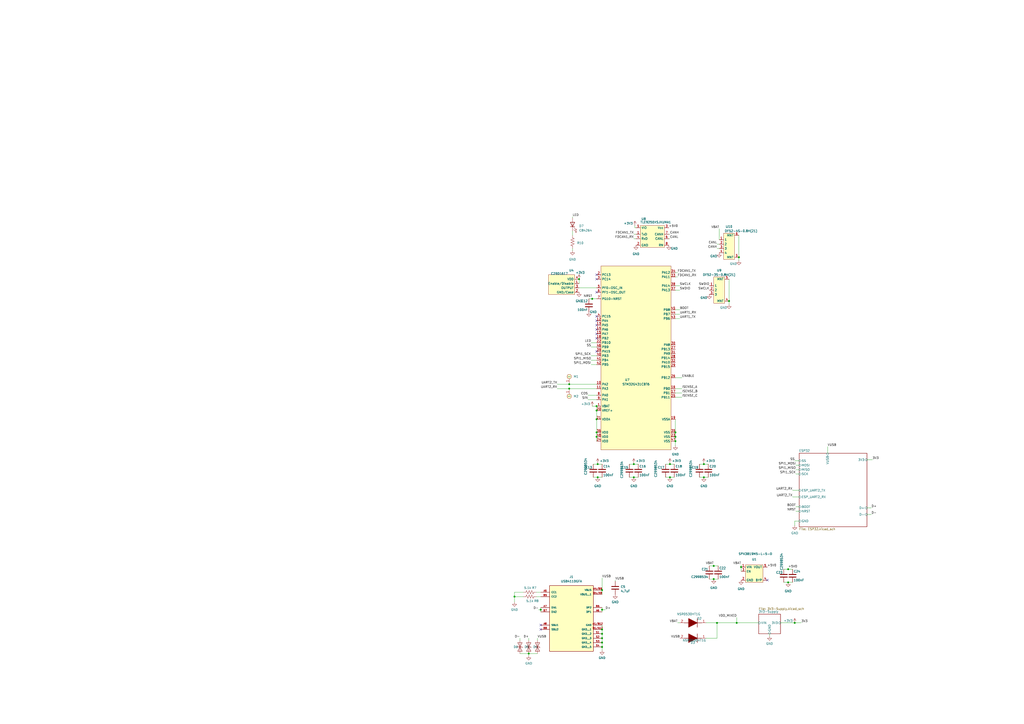
<source format=kicad_sch>
(kicad_sch (version 20230121) (generator eeschema)
  (paper "A2")
  (lib_symbols
    (symbol "NeuralStimulatorAndRecorder:Resistor" (pin_numbers hide) (pin_names (offset 0))
      (property "Reference" "R" (at 2.54 0 90))
      (symbol "Resistor_0_1"
        (polyline (pts (xy 0 -2.286) (xy 0 -2.54)))
        (polyline (pts (xy 0 2.286) (xy 0 2.54)))
        (polyline (pts (xy 0 -0.762) (xy 1.016 -1.143) (xy 0 -1.524) (xy -1.016 -1.905) (xy 0 -2.286)))
        (polyline (pts (xy 0 0.762) (xy 1.016 0.381) (xy 0 0) (xy -1.016 -0.381) (xy 0 -0.762)))
        (polyline (pts (xy 0 2.286) (xy 1.016 1.905) (xy 0 1.524) (xy -1.016 1.143) (xy 0 0.762)))
      )
      (symbol "Resistor_1_1"
        (pin passive line (at 0 3.81 270) (length 1.27) (name "~") (number "1"))
        (pin passive line (at 0 -3.81 90) (length 1.27) (name "~") (number "2"))
      )
    )
    (symbol "SamacSys_Parts:NSR0530HT1G" (pin_names hide)
      (property "Reference" "D" (at 11.43 5.08 0))
      (property "Value" "NSR0530HT1G" (at 11.43 2.54 0))
      (symbol "NSR0530HT1G_1_1"
        (polyline (pts (xy 2.54 0) (xy 5.08 0)) (stroke (width 0.254)))
        (polyline (pts (xy 5.08 2.54) (xy 5.08 -2.54)) (stroke (width 0.254)))
        (polyline (pts (xy 10.16 0) (xy 12.7 0)) (stroke (width 0.254)))
        (polyline (pts (xy 5.08 0) (xy 10.16 2.54) (xy 10.16 -2.54) (xy 5.08 0)) (stroke (width 0.254)) (fill (type outline)))
        (pin passive line (at 0 0 0) (length 2.54) (name "K") (number "1"))
        (pin passive line (at 15.24 0 180) (length 2.54) (name "A") (number "2"))
      )
    )
    (symbol "foc-pcb:Capacitor" (pin_numbers hide) (pin_names (offset 0.254))
      (property "Reference" "C" (at 0.635 2.54 0))
      (property "Value" "Capacitor" (at 0.635 -2.54 0))
      (symbol "Capacitor_0_1"
        (polyline (pts (xy -2.032 -0.762) (xy 2.032 -0.762)) (stroke (width 0.508)))
        (polyline (pts (xy -2.032 0.762) (xy 2.032 0.762)) (stroke (width 0.508)))
      )
      (symbol "Capacitor_1_1"
        (pin passive line (at 0 3.81 270) (length 2.794) (name "~") (number "1"))
        (pin passive line (at 0 -3.81 90) (length 2.794) (name "~") (number "2"))
      )
    )
    (symbol "foc-pcb:DF52-3S-0.8H(21)"
      (property "Reference" "U" (at 0 -1.27 0))
      (property "Value" "DF52-3S-0.8H(21)" (at 1.27 -8.89 0))
      (symbol "DF52-3S-0.8H(21)_0_1"
        (rectangle (start -3.81 7.62) (end 2.54 -7.62) (fill (type background)))
      )
      (symbol "DF52-3S-0.8H(21)_1_1"
        (pin input line (at -6.35 2.54 0) (length 2.54) (name "1") (number "1"))
        (pin input line (at -6.35 0 0) (length 2.54) (name "2") (number "2"))
        (pin input line (at -6.35 -2.54 0) (length 2.54) (name "3") (number "3"))
        (pin input line (at 5.08 -6.35 180) (length 2.54) (name "MNT") (number "4"))
        (pin input line (at 5.08 6.35 180) (length 2.54) (name "MNT") (number "5"))
      )
    )
    (symbol "foc-pcb:DF52-4S-0.8H(21)"
      (property "Reference" "U" (at 0 -1.27 0))
      (property "Value" "DF52-4S-0.8H(21)" (at 1.27 -8.89 0))
      (symbol "DF52-4S-0.8H(21)_0_1"
        (rectangle (start -3.81 7.62) (end 2.54 -7.62) (fill (type background)))
      )
      (symbol "DF52-4S-0.8H(21)_1_1"
        (pin input line (at -6.35 3.81 0) (length 2.54) (name "1") (number "1"))
        (pin input line (at -6.35 1.27 0) (length 2.54) (name "2") (number "2"))
        (pin input line (at -6.35 -1.27 0) (length 2.54) (name "3") (number "3"))
        (pin input line (at -6.35 -3.81 0) (length 2.54) (name "4") (number "4"))
        (pin input line (at 5.08 -6.35 180) (length 2.54) (name "MNT") (number "5"))
        (pin input line (at 5.08 6.35 180) (length 2.54) (name "MNT") (number "6"))
      )
    )
    (symbol "foc-pcb:LED" (pin_numbers hide) (pin_names (offset 1.016) hide)
      (property "Reference" "D" (at 0 2.54 0))
      (property "Value" "LED" (at 0 -2.54 0))
      (symbol "LED_0_1"
        (polyline (pts (xy -1.27 -1.27) (xy -1.27 1.27)) (stroke (width 0.254)))
        (polyline (pts (xy -1.27 0) (xy 1.27 0)))
        (polyline (pts (xy 1.27 -1.27) (xy 1.27 1.27) (xy -1.27 0) (xy 1.27 -1.27)) (stroke (width 0.254)))
        (polyline (pts (xy -3.048 -0.762) (xy -4.572 -2.286) (xy -3.81 -2.286) (xy -4.572 -2.286) (xy -4.572 -1.524)))
        (polyline (pts (xy -1.778 -0.762) (xy -3.302 -2.286) (xy -2.54 -2.286) (xy -3.302 -2.286) (xy -3.302 -1.524)))
      )
      (symbol "LED_1_1"
        (pin passive line (at -3.81 0 0) (length 2.54) (name "K") (number "1"))
        (pin passive line (at 3.81 0 180) (length 2.54) (name "A") (number "2"))
      )
    )
    (symbol "foc-pcb:OSCILLATOR-4PIN"
      (property "Reference" "U" (at 8.89 2.54 0))
      (property "Value" "OSCILLATOR-4PIN" (at 8.89 -2.54 0))
      (symbol "OSCILLATOR-4PIN_0_1"
        (rectangle (start -1.27 10.16) (end 13.97 -1.27) (fill (type background)))
      )
      (symbol "OSCILLATOR-4PIN_1_1"
        (pin input line (at -3.81 5.08 0) (length 2.54) (name "Enable/Disable") (number "1"))
        (pin input line (at -3.81 0 0) (length 2.54) (name "GND/Case") (number "2"))
        (pin input line (at -3.81 2.54 0) (length 2.54) (name "OUTPUT") (number "3"))
        (pin input line (at -3.81 7.62 0) (length 2.54) (name "VDD") (number "4"))
      )
    )
    (symbol "foc-pcb:Resistor" (pin_numbers hide) (pin_names (offset 0))
      (property "Reference" "R" (at 2.54 0 90))
      (symbol "Resistor_0_1"
        (polyline (pts (xy 0 -2.286) (xy 0 -2.54)))
        (polyline (pts (xy 0 2.286) (xy 0 2.54)))
        (polyline (pts (xy 0 -0.762) (xy 1.016 -1.143) (xy 0 -1.524) (xy -1.016 -1.905) (xy 0 -2.286)))
        (polyline (pts (xy 0 0.762) (xy 1.016 0.381) (xy 0 0) (xy -1.016 -0.381) (xy 0 -0.762)))
        (polyline (pts (xy 0 2.286) (xy 1.016 1.905) (xy 0 1.524) (xy -1.016 1.143) (xy 0 0.762)))
      )
      (symbol "Resistor_1_1"
        (pin passive line (at 0 3.81 270) (length 1.27) (name "~") (number "1"))
        (pin passive line (at 0 -3.81 90) (length 1.27) (name "~") (number "2"))
      )
    )
    (symbol "foc-pcb:SPX3819M5-L-5-0"
      (property "Reference" "U" (at 1.27 0 0))
      (property "Value" "SPX3819M5-L-5-0" (at 0 11.43 0))
      (symbol "SPX3819M5-L-5-0_0_1"
        (rectangle (start -3.81 5.08) (end 6.35 -5.08) (fill (type background)))
      )
      (symbol "SPX3819M5-L-5-0_1_1"
        (pin power_in line (at -6.35 3.81 0) (length 2.54) (name "VIN") (number "1"))
        (pin power_in line (at -6.35 -3.81 0) (length 2.54) (name "GND") (number "2"))
        (pin input line (at -6.35 1.27 0) (length 2.54) (name "EN") (number "3"))
        (pin input line (at 8.89 -3.81 180) (length 2.54) (name "BYP") (number "4"))
        (pin power_out line (at 8.89 3.81 180) (length 2.54) (name "VOUT") (number "5"))
      )
    )
    (symbol "foc-pcb:STM32G431CBtx"
      (property "Reference" "U" (at 0 27.94 0))
      (property "Value" "STM32G431CBtx" (at 1.27 34.29 0))
      (symbol "STM32G431CBtx_0_0"
        (pin bidirectional line (at -22.86 -27.94 0) (length 2.54) (name "VBAT") (number "1"))
        (pin bidirectional line (at -22.86 -15.24 0) (length 2.54) (name "PA2") (number "10"))
        (pin bidirectional line (at -22.86 -17.78 0) (length 2.54) (name "PA3") (number "11"))
        (pin bidirectional line (at -22.86 21.59 0) (length 2.54) (name "PA4") (number "12"))
        (pin bidirectional line (at -22.86 19.05 0) (length 2.54) (name "PA5") (number "13"))
        (pin bidirectional line (at -22.86 16.51 0) (length 2.54) (name "PA6") (number "14"))
        (pin bidirectional line (at -22.86 13.97 0) (length 2.54) (name "PA7") (number "15"))
        (pin bidirectional line (at 22.86 -17.78 180) (length 2.54) (name "PB0") (number "16"))
        (pin bidirectional line (at 22.86 -20.32 180) (length 2.54) (name "PB1") (number "17"))
        (pin bidirectional line (at -22.86 11.43 0) (length 2.54) (name "PB2") (number "18"))
        (pin bidirectional line (at 22.86 -35.56 180) (length 2.54) (name "VSSA") (number "19"))
        (pin bidirectional line (at -22.86 48.26 0) (length 2.54) (name "PC13") (number "2"))
        (pin bidirectional line (at -22.86 -30.48 0) (length 2.54) (name "VREF+") (number "20"))
        (pin bidirectional line (at -22.86 -35.56 0) (length 2.54) (name "VDDA") (number "21"))
        (pin bidirectional line (at -22.86 8.89 0) (length 2.54) (name "PB10") (number "22"))
        (pin bidirectional line (at 22.86 -45.72 180) (length 2.54) (name "VSS") (number "23"))
        (pin bidirectional line (at -22.86 -48.26 0) (length 2.54) (name "VDD") (number "24"))
        (pin bidirectional line (at 22.86 -22.86 180) (length 2.54) (name "PB11") (number "25"))
        (pin bidirectional line (at 22.86 -11.43 180) (length 2.54) (name "PB12") (number "26"))
        (pin bidirectional line (at 22.86 5.08 180) (length 2.54) (name "PB13") (number "27"))
        (pin bidirectional line (at 22.86 0 180) (length 2.54) (name "PB14") (number "28"))
        (pin bidirectional line (at 22.86 -5.08 180) (length 2.54) (name "PB15") (number "29"))
        (pin bidirectional line (at -22.86 45.72 0) (length 2.54) (name "PC14") (number "3"))
        (pin bidirectional line (at 22.86 7.62 180) (length 2.54) (name "PA8") (number "30"))
        (pin bidirectional line (at 22.86 2.54 180) (length 2.54) (name "PA9") (number "31"))
        (pin bidirectional line (at 22.86 -2.54 180) (length 2.54) (name "PA10") (number "32"))
        (pin bidirectional line (at 22.86 46.99 180) (length 2.54) (name "PA11") (number "33"))
        (pin bidirectional line (at 22.86 49.53 180) (length 2.54) (name "PA12") (number "34"))
        (pin bidirectional line (at 22.86 -43.18 180) (length 2.54) (name "VSS") (number "35"))
        (pin bidirectional line (at -22.86 -43.18 0) (length 2.54) (name "VDD") (number "36"))
        (pin bidirectional line (at 22.86 39.37 180) (length 2.54) (name "PA13") (number "37"))
        (pin bidirectional line (at 22.86 41.91 180) (length 2.54) (name "PA14") (number "38"))
        (pin bidirectional line (at -22.86 3.81 0) (length 2.54) (name "PA15") (number "39"))
        (pin bidirectional line (at -22.86 24.13 0) (length 2.54) (name "PC15") (number "4"))
        (pin bidirectional line (at -22.86 1.27 0) (length 2.54) (name "PB3") (number "40"))
        (pin bidirectional line (at -22.86 -1.27 0) (length 2.54) (name "PB4") (number "41"))
        (pin bidirectional line (at -22.86 -3.81 0) (length 2.54) (name "PB5") (number "42"))
        (pin bidirectional line (at 22.86 22.86 180) (length 2.54) (name "PB6") (number "43"))
        (pin bidirectional line (at 22.86 25.4 180) (length 2.54) (name "PB7") (number "44"))
        (pin bidirectional line (at 22.86 27.94 180) (length 2.54) (name "PB8") (number "45"))
        (pin bidirectional line (at -22.86 6.35 0) (length 2.54) (name "PB9") (number "46"))
        (pin bidirectional line (at 22.86 -48.26 180) (length 2.54) (name "VSS") (number "47"))
        (pin bidirectional line (at -22.86 -45.72 0) (length 2.54) (name "VDD") (number "48"))
        (pin bidirectional line (at -22.86 40.64 0) (length 2.54) (name "PF0-OSC_IN") (number "5"))
        (pin bidirectional line (at -22.86 38.1 0) (length 2.54) (name "PF1-OSC_OUT") (number "6"))
        (pin bidirectional line (at -22.86 34.29 0) (length 2.54) (name "PG10-NRST") (number "7"))
        (pin bidirectional line (at -22.86 -21.59 0) (length 2.54) (name "PA0") (number "8"))
        (pin bidirectional line (at -22.86 -24.13 0) (length 2.54) (name "PA1") (number "9"))
      )
      (symbol "STM32G431CBtx_0_1"
        (rectangle (start -20.32 53.34) (end 20.32 -53.34) (fill (type background)))
      )
    )
    (symbol "foc-pcb:THRU_HOLE_PAD" (in_bom no)
      (property "Reference" "M" (at 1.27 -2.54 0))
      (symbol "THRU_HOLE_PAD_0_1"
        (circle (center 1.27 0) (radius 1.27) (fill (type background)))
      )
      (symbol "THRU_HOLE_PAD_1_1"
        (pin passive line (at -2.54 0 0) (length 2.54) (name "1") (number "1"))
      )
    )
    (symbol "foc-pcb:TLE9250XSJXUMA1"
      (property "Reference" "U" (at 0 0 0))
      (property "Value" "TLE9250XSJXUMA1" (at 2.54 7.62 0))
      (symbol "TLE9250XSJXUMA1_0_1"
        (rectangle (start -6.35 6.35) (end 7.62 -6.35) (fill (type background)))
      )
      (symbol "TLE9250XSJXUMA1_1_1"
        (pin input line (at -8.89 1.27 0) (length 2.54) (name "TxD") (number "1"))
        (pin input line (at -8.89 -5.08 0) (length 2.54) (name "GND") (number "2"))
        (pin input line (at 10.16 5.08 180) (length 2.54) (name "Vcc") (number "3"))
        (pin input line (at -8.89 -1.27 0) (length 2.54) (name "RxD") (number "4"))
        (pin input line (at -8.89 5.08 0) (length 2.54) (name "VIO") (number "5"))
        (pin input line (at 10.16 -1.27 180) (length 2.54) (name "CANL") (number "6"))
        (pin input line (at 10.16 1.27 180) (length 2.54) (name "CANH") (number "7"))
        (pin input line (at 10.16 -5.08 180) (length 2.54) (name "RM") (number "8"))
      )
    )
    (symbol "power:+3V3" (power) (pin_names (offset 0))
      (property "Value" "+3V3" (at 0 3.556 0))
      (symbol "+3V3_0_1"
        (polyline (pts (xy -0.762 1.27) (xy 0 2.54)))
        (polyline (pts (xy 0 0) (xy 0 2.54)))
        (polyline (pts (xy 0 2.54) (xy 0.762 1.27)))
      )
      (symbol "+3V3_1_1"
        (pin power_in line (at 0 0 90) (length 0) hide (name "+3V3") (number "1"))
      )
    )
    (symbol "power:GND" (power) (pin_names (offset 0))
      (property "Value" "GND" (at 0 -3.81 0))
      (symbol "GND_0_1"
        (polyline (pts (xy 0 0) (xy 0 -1.27) (xy 1.27 -1.27) (xy 0 -2.54) (xy -1.27 -1.27) (xy 0 -1.27)))
      )
      (symbol "GND_1_1"
        (pin power_in line (at 0 0 270) (length 0) hide (name "GND") (number "1"))
      )
    )
    (symbol "robot-cortex:Capacitor" (pin_numbers hide) (pin_names (offset 0.254))
      (property "Reference" "C" (at 0.635 2.54 0))
      (property "Value" "Capacitor" (at 0.635 -2.54 0))
      (symbol "Capacitor_0_1"
        (polyline (pts (xy -2.032 -0.762) (xy 2.032 -0.762)) (stroke (width 0.508)))
        (polyline (pts (xy -2.032 0.762) (xy 2.032 0.762)) (stroke (width 0.508)))
      )
      (symbol "Capacitor_1_1"
        (pin passive line (at 0 3.81 270) (length 2.794) (name "~") (number "1"))
        (pin passive line (at 0 -3.81 90) (length 2.794) (name "~") (number "2"))
      )
    )
    (symbol "robot-cortex:ESD9B3.3ST5G" (pin_numbers hide) (pin_names (offset 1.016) hide)
      (property "Reference" "D" (at 0 2.54 0))
      (property "Value" "ESD9B3.3ST5G" (at 0 -2.54 0))
      (symbol "ESD9B3.3ST5G_0_1"
        (polyline (pts (xy 1.27 0) (xy -1.27 0)))
        (polyline (pts (xy -2.54 -1.27) (xy 0 0) (xy -2.54 1.27) (xy -2.54 -1.27)) (stroke (width 0.2032)))
        (polyline (pts (xy 0.508 1.27) (xy 0 1.27) (xy 0 -1.27) (xy -0.508 -1.27)) (stroke (width 0.2032)))
        (polyline (pts (xy 2.54 1.27) (xy 2.54 -1.27) (xy 0 0) (xy 2.54 1.27)) (stroke (width 0.2032)))
      )
      (symbol "ESD9B3.3ST5G_1_1"
        (pin passive line (at -3.81 0 0) (length 2.54) (name "A1") (number "1"))
        (pin passive line (at 3.81 0 180) (length 2.54) (name "A2") (number "2"))
      )
    )
    (symbol "robot-cortex:USB4110GFA" (pin_names (offset 1.016))
      (property "Reference" "J" (at -12.7 11.43 0))
      (property "Value" "USB4110GFA" (at -12.7 -30.48 0))
      (symbol "USB4110GFA_0_0"
        (rectangle (start -12.7 10.16) (end 12.7 -27.94) (stroke (width 0.254)) (fill (type background)))
        (pin power_in line (at 17.78 -12.7 180) (length 5.08) (name "GND") (number "A1/B12"))
        (pin power_in line (at 17.78 7.62 180) (length 5.08) (name "VBUS") (number "A4/B9"))
        (pin bidirectional line (at -17.78 6.35 0) (length 5.08) (name "CC1") (number "A5"))
        (pin bidirectional line (at 17.78 -5.08 180) (length 5.08) (name "DP1") (number "A6"))
        (pin bidirectional line (at -17.78 -2.54 0) (length 5.08) (name "DN1") (number "A7"))
        (pin bidirectional line (at -17.78 -12.7 0) (length 5.08) (name "SBU1") (number "A8"))
        (pin power_in line (at 17.78 -15.24 180) (length 5.08) (name "GND__1") (number "B1/A12"))
        (pin power_in line (at 17.78 5.08 180) (length 5.08) (name "VBUS__1") (number "B4/A9"))
        (pin bidirectional line (at -17.78 3.81 0) (length 5.08) (name "CC2") (number "B5"))
        (pin bidirectional line (at 17.78 -2.54 180) (length 5.08) (name "DP2") (number "B6"))
        (pin bidirectional line (at -17.78 -5.08 0) (length 5.08) (name "DN2") (number "B7"))
        (pin bidirectional line (at -17.78 -15.24 0) (length 5.08) (name "SBU2") (number "B8"))
        (pin power_in line (at 17.78 -17.78 180) (length 5.08) (name "GND__2") (number "S1"))
        (pin power_in line (at 17.78 -20.32 180) (length 5.08) (name "GND__3") (number "S2"))
        (pin power_in line (at 17.78 -22.86 180) (length 5.08) (name "GND__4") (number "S3"))
        (pin power_in line (at 17.78 -25.4 180) (length 5.08) (name "GND__5") (number "S4"))
      )
    )
  )
  (junction (at 367.665 269.24))
  (junction (at 349.25 342.265))
  (junction (at 346.71 269.24))
  (junction (at 391.795 255.905))
  (junction (at 349.25 372.745))
  (junction (at 346.075 235.585))
  (junction (at 414.02 328.295))
  (junction (at 349.25 353.695))
  (junction (at 414.02 335.915))
  (junction (at 415.925 361.315))
  (junction (at 422.91 174.625))
  (junction (at 346.075 253.365))
  (junction (at 427.355 361.315))
  (junction (at 428.625 149.225))
  (junction (at 349.25 370.205))
  (junction (at 313.69 353.695))
  (junction (at 391.795 250.825))
  (junction (at 391.795 253.365))
  (junction (at 388.62 269.24))
  (junction (at 330.2 225.425))
  (junction (at 367.665 276.86))
  (junction (at 298.45 346.075))
  (junction (at 346.71 276.86))
  (junction (at 461.01 361.315))
  (junction (at 349.25 365.125))
  (junction (at 457.2 330.2))
  (junction (at 346.075 243.205))
  (junction (at 349.25 367.665))
  (junction (at 330.2 222.885))
  (junction (at 346.075 238.125))
  (junction (at 349.25 375.285))
  (junction (at 343.535 173.355))
  (junction (at 306.705 379.095))
  (junction (at 346.075 250.825))
  (junction (at 457.2 337.82))
  (junction (at 429.895 328.93))
  (junction (at 335.915 161.925))
  (junction (at 408.305 276.86))
  (junction (at 408.305 269.24))
  (junction (at 388.62 276.86))
  (no_connect (at 346.075 161.925))
  (no_connect (at 346.075 169.545))
  (no_connect (at 346.075 196.215))
  (no_connect (at 445.135 336.55))
  (no_connect (at 346.075 159.385))
  (no_connect (at 313.69 362.585))
  (no_connect (at 346.075 186.055))
  (no_connect (at 346.075 188.595))
  (no_connect (at 346.075 183.515))
  (no_connect (at 346.075 203.835))
  (no_connect (at 346.075 193.675))
  (no_connect (at 346.075 191.135))
  (no_connect (at 313.69 365.125))
  (wire (pts (xy 370.205 276.86) (xy 367.665 276.86)))
  (wire (pts (xy 414.02 328.295) (xy 411.48 328.295)))
  (wire (pts (xy 312.42 353.695) (xy 313.69 353.695)))
  (wire (pts (xy 367.665 268.605) (xy 367.665 269.24)))
  (wire (pts (xy 408.305 268.605) (xy 408.305 269.24)))
  (wire (pts (xy 349.25 377.19) (xy 349.25 375.285)))
  (wire (pts (xy 391.795 165.735) (xy 394.335 165.735)))
  (wire (pts (xy 415.925 144.145) (xy 417.195 144.145)))
  (wire (pts (xy 349.25 367.665) (xy 349.25 365.125)))
  (wire (pts (xy 343.535 173.355) (xy 346.075 173.355)))
  (wire (pts (xy 349.25 353.695) (xy 351.155 353.695)))
  (wire (pts (xy 323.215 222.885) (xy 330.2 222.885)))
  (wire (pts (xy 346.71 269.24) (xy 344.17 269.24)))
  (wire (pts (xy 343.535 172.72) (xy 343.535 173.355)))
  (wire (pts (xy 408.305 269.24) (xy 405.765 269.24)))
  (wire (pts (xy 332.105 133.985) (xy 332.105 136.525)))
  (wire (pts (xy 452.755 361.315) (xy 461.01 361.315)))
  (wire (pts (xy 323.215 225.425) (xy 330.2 225.425)))
  (wire (pts (xy 427.355 358.14) (xy 427.355 361.315)))
  (wire (pts (xy 429.895 328.93) (xy 429.895 331.47)))
  (wire (pts (xy 422.91 174.625) (xy 422.91 176.53)))
  (wire (pts (xy 349.25 342.265) (xy 349.25 344.805)))
  (wire (pts (xy 395.605 227.965) (xy 391.795 227.965)))
  (wire (pts (xy 330.2 222.885) (xy 346.075 222.885)))
  (wire (pts (xy 340.995 229.235) (xy 346.075 229.235)))
  (wire (pts (xy 342.9 206.375) (xy 346.075 206.375)))
  (wire (pts (xy 387.985 135.89) (xy 388.62 135.89)))
  (wire (pts (xy 457.2 337.82) (xy 454.66 337.82)))
  (wire (pts (xy 330.2 222.25) (xy 330.2 222.885)))
  (wire (pts (xy 306.705 380.365) (xy 306.705 379.095)))
  (wire (pts (xy 394.335 182.245) (xy 391.795 182.245)))
  (wire (pts (xy 461.01 267.335) (xy 463.55 267.335)))
  (wire (pts (xy 428.625 136.525) (xy 428.625 149.225)))
  (wire (pts (xy 367.665 138.43) (xy 368.935 138.43)))
  (wire (pts (xy 342.9 201.295) (xy 346.075 201.295)))
  (wire (pts (xy 332.105 145.415) (xy 332.105 144.145)))
  (wire (pts (xy 415.925 141.605) (xy 417.195 141.605)))
  (wire (pts (xy 346.71 276.86) (xy 344.17 276.86)))
  (wire (pts (xy 335.915 167.005) (xy 346.075 167.005)))
  (wire (pts (xy 370.205 269.24) (xy 367.665 269.24)))
  (wire (pts (xy 393.065 158.115) (xy 391.795 158.115)))
  (wire (pts (xy 391.795 243.205) (xy 391.795 250.825)))
  (wire (pts (xy 349.25 372.745) (xy 349.25 370.205)))
  (wire (pts (xy 349.25 269.24) (xy 346.71 269.24)))
  (wire (pts (xy 409.575 370.205) (xy 415.925 370.205)))
  (wire (pts (xy 480.06 259.08) (xy 480.06 262.89)))
  (wire (pts (xy 461.645 294.005) (xy 463.55 294.005)))
  (wire (pts (xy 391.795 250.825) (xy 391.795 253.365)))
  (wire (pts (xy 368.3 132.08) (xy 368.3 130.81)))
  (wire (pts (xy 349.25 365.125) (xy 349.25 362.585)))
  (wire (pts (xy 356.87 336.55) (xy 356.87 337.185)))
  (wire (pts (xy 349.25 335.28) (xy 349.25 342.265)))
  (wire (pts (xy 387.985 138.43) (xy 388.62 138.43)))
  (wire (pts (xy 414.02 335.915) (xy 411.48 335.915)))
  (wire (pts (xy 416.56 335.915) (xy 414.02 335.915)))
  (wire (pts (xy 391.16 269.24) (xy 388.62 269.24)))
  (wire (pts (xy 342.9 208.915) (xy 346.075 208.915)))
  (wire (pts (xy 346.71 268.605) (xy 346.71 269.24)))
  (wire (pts (xy 395.605 219.075) (xy 391.795 219.075)))
  (wire (pts (xy 410.845 269.24) (xy 408.305 269.24)))
  (wire (pts (xy 428.625 149.225) (xy 428.625 151.13)))
  (wire (pts (xy 417.195 132.715) (xy 417.195 139.065)))
  (wire (pts (xy 367.665 135.89) (xy 368.935 135.89)))
  (wire (pts (xy 343.535 235.585) (xy 346.075 235.585)))
  (wire (pts (xy 415.925 361.315) (xy 427.355 361.315)))
  (wire (pts (xy 298.45 343.535) (xy 298.45 346.075)))
  (wire (pts (xy 461.645 274.955) (xy 463.55 274.955)))
  (wire (pts (xy 391.795 168.275) (xy 394.335 168.275)))
  (wire (pts (xy 298.45 349.25) (xy 298.45 346.075)))
  (wire (pts (xy 342.9 211.455) (xy 346.075 211.455)))
  (wire (pts (xy 422.91 161.925) (xy 422.91 174.625)))
  (wire (pts (xy 427.355 361.315) (xy 440.055 361.315)))
  (wire (pts (xy 414.02 327.66) (xy 414.02 328.295)))
  (wire (pts (xy 346.075 238.125) (xy 346.075 243.205)))
  (wire (pts (xy 346.075 235.585) (xy 346.075 238.125)))
  (wire (pts (xy 330.2 225.425) (xy 346.075 225.425)))
  (wire (pts (xy 461.01 361.315) (xy 464.82 361.315)))
  (wire (pts (xy 459.74 284.48) (xy 463.55 284.48)))
  (wire (pts (xy 416.56 328.295) (xy 414.02 328.295)))
  (wire (pts (xy 409.575 361.315) (xy 415.925 361.315)))
  (wire (pts (xy 461.645 272.415) (xy 463.55 272.415)))
  (wire (pts (xy 446.405 367.665) (xy 446.405 368.935)))
  (wire (pts (xy 342.9 198.755) (xy 346.075 198.755)))
  (wire (pts (xy 335.915 161.925) (xy 335.915 164.465)))
  (wire (pts (xy 393.065 160.655) (xy 391.795 160.655)))
  (wire (pts (xy 301.625 370.205) (xy 301.625 371.475)))
  (wire (pts (xy 349.25 370.205) (xy 349.25 367.665)))
  (wire (pts (xy 313.69 352.425) (xy 313.69 353.695)))
  (wire (pts (xy 311.15 343.535) (xy 313.69 343.535)))
  (wire (pts (xy 301.625 379.095) (xy 306.705 379.095)))
  (wire (pts (xy 394.335 184.785) (xy 391.795 184.785)))
  (wire (pts (xy 391.795 253.365) (xy 391.795 255.905)))
  (wire (pts (xy 303.53 343.535) (xy 298.45 343.535)))
  (wire (pts (xy 502.92 266.7) (xy 506.095 266.7)))
  (wire (pts (xy 457.2 329.565) (xy 457.2 330.2)))
  (wire (pts (xy 349.25 375.285) (xy 349.25 372.745)))
  (wire (pts (xy 313.69 353.695) (xy 313.69 354.965)))
  (wire (pts (xy 395.605 230.505) (xy 391.795 230.505)))
  (wire (pts (xy 306.705 379.095) (xy 311.785 379.095)))
  (wire (pts (xy 388.62 269.24) (xy 386.08 269.24)))
  (wire (pts (xy 388.62 268.605) (xy 388.62 269.24)))
  (wire (pts (xy 367.665 269.24) (xy 365.125 269.24)))
  (wire (pts (xy 388.62 276.86) (xy 386.08 276.86)))
  (wire (pts (xy 330.2 225.425) (xy 330.2 226.06)))
  (wire (pts (xy 367.665 276.86) (xy 365.125 276.86)))
  (wire (pts (xy 394.335 179.705) (xy 391.795 179.705)))
  (wire (pts (xy 391.795 225.425) (xy 395.605 225.425)))
  (wire (pts (xy 346.075 253.365) (xy 346.075 255.905)))
  (wire (pts (xy 408.305 276.86) (xy 405.765 276.86)))
  (wire (pts (xy 457.2 330.2) (xy 454.66 330.2)))
  (wire (pts (xy 461.01 302.26) (xy 461.01 304.8)))
  (wire (pts (xy 346.075 250.825) (xy 346.075 253.365)))
  (wire (pts (xy 502.92 294.64) (xy 505.46 294.64)))
  (wire (pts (xy 391.16 276.86) (xy 388.62 276.86)))
  (wire (pts (xy 502.92 298.45) (xy 505.46 298.45)))
  (wire (pts (xy 391.795 255.905) (xy 391.795 258.445)))
  (wire (pts (xy 459.74 337.82) (xy 457.2 337.82)))
  (wire (pts (xy 349.25 276.86) (xy 346.71 276.86)))
  (wire (pts (xy 461.645 269.875) (xy 463.55 269.875)))
  (wire (pts (xy 463.55 302.26) (xy 461.01 302.26)))
  (wire (pts (xy 349.25 353.695) (xy 349.25 354.965)))
  (wire (pts (xy 415.925 370.205) (xy 415.925 361.315)))
  (wire (pts (xy 311.785 370.205) (xy 311.785 371.475)))
  (wire (pts (xy 332.105 125.73) (xy 332.105 126.365)))
  (wire (pts (xy 459.74 330.2) (xy 457.2 330.2)))
  (wire (pts (xy 346.075 243.205) (xy 346.075 250.825)))
  (wire (pts (xy 410.845 276.86) (xy 408.305 276.86)))
  (wire (pts (xy 429.895 327.66) (xy 429.895 328.93)))
  (wire (pts (xy 303.53 346.075) (xy 298.45 346.075)))
  (wire (pts (xy 306.705 370.205) (xy 306.705 371.475)))
  (wire (pts (xy 368.3 132.08) (xy 368.935 132.08)))
  (wire (pts (xy 459.74 288.29) (xy 463.55 288.29)))
  (wire (pts (xy 349.25 352.425) (xy 349.25 353.695)))
  (wire (pts (xy 461.645 296.545) (xy 463.55 296.545)))
  (wire (pts (xy 340.995 231.775) (xy 346.075 231.775)))
  (wire (pts (xy 311.15 346.075) (xy 313.69 346.075)))
  (wire (pts (xy 393.065 361.315) (xy 394.335 361.315)))
  (wire (pts (xy 341.63 173.355) (xy 343.535 173.355)))
  (label "SPI1_MOSI" (at 461.645 269.875 180))
  (label "NRST" (at 343.535 172.72 180))
  (label "UART2_TX" (at 323.215 222.885 180))
  (label "VUSB" (at 349.25 335.28 0))
  (label "SS" (at 342.9 201.295 180))
  (label "SWCLK" (at 411.48 168.275 180))
  (label "UART2_RX" (at 323.215 225.425 180))
  (label "VUSB" (at 480.06 259.08 0))
  (label "D-" (at 312.42 353.695 180))
  (label "SWDIO" (at 411.48 165.735 180))
  (label "SIN" (at 340.995 231.775 180))
  (label "COS" (at 340.995 229.235 180))
  (label "SWDIO" (at 394.335 168.275 0))
  (label "D+" (at 505.46 294.64 0))
  (label "ENABLE" (at 395.605 219.075 0))
  (label "SS" (at 461.01 267.335 180))
  (label "FDCAN1_TX" (at 367.665 135.89 180))
  (label "VBAT" (at 414.02 327.66 180))
  (label "BOOT" (at 461.645 294.005 180))
  (label "VUSB" (at 394.335 370.205 180))
  (label "NRST" (at 461.645 296.545 180))
  (label "3V3" (at 464.82 361.315 0))
  (label "D+" (at 306.705 370.205 180))
  (label "ISENSE_C" (at 395.605 230.505 0))
  (label "D+" (at 351.155 353.695 0))
  (label "VUSB" (at 311.785 370.205 0))
  (label "LED" (at 332.105 125.73 0))
  (label "+5V0" (at 445.135 328.93 0))
  (label "+5V0" (at 457.2 329.565 0))
  (label "CANH" (at 388.62 135.89 0))
  (label "3V3" (at 506.095 266.7 0))
  (label "CANH" (at 415.925 144.145 180))
  (label "SPI1_MOSI" (at 342.9 211.455 180))
  (label "VBAT" (at 417.195 132.715 180))
  (label "LED" (at 342.9 198.755 180))
  (label "VBAT" (at 429.895 327.66 180))
  (label "SPI1_MISO" (at 461.645 272.415 180))
  (label "SPI1_SCK" (at 342.9 206.375 180))
  (label "CANL" (at 415.925 141.605 180))
  (label "FDCAN1_RX" (at 367.665 138.43 180))
  (label "UART1_RX" (at 394.335 182.245 0))
  (label "UART2_TX" (at 459.74 288.29 180))
  (label "VBAT" (at 393.065 361.315 180))
  (label "UART1_TX" (at 394.335 184.785 0))
  (label "BOOT" (at 394.335 179.705 0))
  (label "FDCAN1_TX" (at 393.065 158.115 0))
  (label "+5V0" (at 387.985 132.08 0))
  (label "SWCLK" (at 394.335 165.735 0))
  (label "FDCAN1_RX" (at 393.065 160.655 0))
  (label "D-" (at 505.46 298.45 0))
  (label "VDD_MIXED" (at 427.355 358.14 180))
  (label "SPI1_MISO" (at 342.9 208.915 180))
  (label "D-" (at 301.625 370.205 180))
  (label "SPI1_SCK" (at 461.645 274.955 180))
  (label "VUSB" (at 356.87 336.55 0))
  (label "UART2_RX" (at 459.74 284.48 180))
  (label "CANL" (at 388.62 138.43 0))
  (label "ISENSE_A" (at 395.605 225.425 0))
  (label "ISENSE_B" (at 395.605 227.965 0))
  (symbol (lib_id "power:+3V3") (at 343.535 235.585 0) (unit 1)
    (property "Reference" "#PWR033" (effects hide))
    (property "Value" "+3V3" (at 339.725 234.315 0))
  )
  (symbol (lib_id "power:GND") (at 408.305 276.86 0) (mirror y) (unit 1)
    (property "Reference" "#PWR045" (effects hide))
    (property "Value" "GND" (at 408.305 281.94 0))
  )
  (symbol (lib_id "power:GND") (at 429.895 336.55 0) (mirror y) (unit 1)
    (property "Reference" "#PWR013" (effects hide))
    (property "Value" "GND" (at 429.895 341.63 0))
  )
  (symbol (lib_id "power:+3V3") (at 346.71 268.605 0) (mirror y) (unit 1)
    (property "Reference" "#PWR034" (effects hide))
    (property "Value" "+3V3" (at 350.52 267.335 0))
  )
  (symbol (lib_id "NeuralStimulatorAndRecorder:Resistor") (at 307.34 346.075 90) (unit 1)
    (property "Reference" "R8" (at 311.15 348.615 90))
    (property "Value" "5.1k" (at 307.34 348.615 90))
    (property "Footprint" "robot-cortex:R_0402_1005Metric" (effects hide))
  )
  (symbol (lib_id "power:GND") (at 332.105 145.415 0) (mirror y) (unit 1)
    (property "Reference" "#PWR028" (effects hide))
    (property "Value" "GND" (at 332.105 150.495 0))
  )
  (symbol (lib_id "foc-pcb:DF52-4S-0.8H(21)") (at 423.545 142.875 0) (unit 1)
    (property "Reference" "U10" (at 422.91 131.445 0))
    (property "Value" "DF52-4S-0.8H(21)" (at 429.895 133.985 0))
    (property "Footprint" "foc-pcb-library:DF52-4S-0.8H(21)" (effects hide))
  )
  (symbol (lib_id "foc-pcb:Capacitor") (at 459.74 334.01 0) (unit 1)
    (property "Reference" "C24" (at 460.375 331.47 0) (effects (justify left)))
    (property "Value" "100nF" (at 460.375 336.55 0) (effects (justify left)))
    (property "Footprint" "foc-pcb-library:C_0402_1005Metric" (effects hide))
  )
  (symbol (lib_id "power:GND") (at 298.45 349.25 0) (unit 1)
    (property "Reference" "#PWR010" (effects hide))
    (property "Value" "GND" (at 298.45 353.695 0))
  )
  (symbol (lib_id "power:GND") (at 461.01 304.8 0) (unit 1)
    (property "Reference" "#PWR027" (effects hide))
    (property "Value" "GND" (at 461.01 309.245 0))
  )
  (symbol (lib_id "foc-pcb:Capacitor") (at 344.17 273.05 0) (mirror y) (unit 1)
    (property "Reference" "C13" (at 343.535 271.145 0) (effects (justify left)))
    (property "Value" "C2998534" (at 339.725 275.59 90) (effects (justify left)))
    (property "Footprint" "foc-pcb-library:C_0603_1608Metric" (effects hide))
  )
  (symbol (lib_id "foc-pcb:Capacitor") (at 365.125 273.05 0) (mirror y) (unit 1)
    (property "Reference" "C15" (at 364.49 271.145 0) (effects (justify left)))
    (property "Value" "C2998534" (at 360.68 277.495 90) (effects (justify left)))
    (property "Footprint" "foc-pcb-library:C_0603_1608Metric" (effects hide))
  )
  (symbol (lib_id "power:GND") (at 388.62 276.86 0) (mirror y) (unit 1)
    (property "Reference" "#PWR042" (effects hide))
    (property "Value" "GND" (at 388.62 281.94 0))
  )
  (symbol (lib_id "foc-pcb:STM32G431CBtx") (at 368.935 207.645 0) (unit 1)
    (property "Reference" "U7" (at 363.855 220.345 0))
    (property "Value" "STM32G431CBT6" (at 368.935 222.885 0))
    (property "Footprint" "foc-pcb-library:LQFP48-STM32" (effects hide))
    (property "MPN" "STM32G431CBT6" (effects hide))
  )
  (symbol (lib_id "foc-pcb:Resistor") (at 332.105 140.335 0) (unit 1)
    (property "Reference" "R10" (at 334.645 140.97 0) (effects (justify left)))
    (property "Value" "470" (effects hide))
    (property "Footprint" "foc-pcb-library:R_0402_1005Metric" (effects hide))
  )
  (symbol (lib_id "power:GND") (at 446.405 368.935 0) (unit 1)
    (property "Reference" "#PWR06" (effects hide))
    (property "Value" "GND" (at 446.405 373.38 0))
  )
  (symbol (lib_id "power:+3V3") (at 388.62 268.605 0) (mirror y) (unit 1)
    (property "Reference" "#PWR041" (effects hide))
    (property "Value" "+3V3" (at 392.43 267.335 0))
  )
  (symbol (lib_id "foc-pcb:TLE9250XSJXUMA1") (at 377.825 137.16 0) (unit 1)
    (property "Reference" "U8" (at 373.38 127 0))
    (property "Value" "TLE9250XSJXUMA1" (at 380.365 128.905 0))
    (property "Footprint" "foc-pcb-library:SOIC8-TLE5009" (effects hide))
  )
  (symbol (lib_id "foc-pcb:Capacitor") (at 410.845 273.05 0) (unit 1)
    (property "Reference" "C20" (at 411.48 270.51 0) (effects (justify left)))
    (property "Value" "100nF" (at 411.48 275.59 0) (effects (justify left)))
    (property "Footprint" "foc-pcb-library:C_0402_1005Metric" (effects hide))
  )
  (symbol (lib_id "SamacSys_Parts:NSR0530HT1G") (at 409.575 361.315 180) (unit 1)
    (property "Reference" "D2" (at 407.035 358.775 0) (effects (justify left)))
    (property "Value" "NSR0530HT1G" (at 406.273 356.235 0) (effects (justify left)))
    (property "Footprint" "robot-cortex:SOD2512X110N" (effects hide))
    (property "Datasheet" "https://eagle.componentsearchengine.com/Datasheets/5/NSR0530HT1G.pdf" (effects hide))
    (property "Height" "1.1" (effects hide))
    (property "Manufacturer_Name" "onsemi" (effects hide))
    (property "Manufacturer_Part_Number" "NSR0530HT1G" (effects hide))
    (property "Mouser Part Number" "863-NSR0530HT1G" (effects hide))
    (property "Mouser Price/Stock" "https://www.mouser.co.uk/ProductDetail/onsemi/NSR0530HT1G?qs=raqtESnDWsD7hIBo7i2utQ%3D%3D" (effects hide))
    (property "Arrow Part Number" "NSR0530HT1G" (effects hide))
    (property "Arrow Price/Stock" "https://www.arrow.com/en/products/nsr0530ht1g/on-semiconductor?region=nac" (effects hide))
  )
  (symbol (lib_id "foc-pcb:Capacitor") (at 405.765 273.05 0) (mirror y) (unit 1)
    (property "Reference" "C19" (at 405.13 271.145 0) (effects (justify left)))
    (property "Value" "C2998534" (at 400.685 276.86 90) (effects (justify left)))
    (property "Footprint" "foc-pcb-library:C_0603_1608Metric" (effects hide))
  )
  (symbol (lib_id "power:GND") (at 367.665 276.86 0) (mirror y) (unit 1)
    (property "Reference" "#PWR037" (effects hide))
    (property "Value" "GND" (at 367.665 281.94 0))
  )
  (symbol (lib_id "power:GND") (at 411.48 170.815 0) (mirror y) (unit 1)
    (property "Reference" "#PWR046" (effects hide))
    (property "Value" "GND" (at 408.305 172.72 0))
  )
  (symbol (lib_id "power:+3V3") (at 368.3 130.81 0) (unit 1)
    (property "Reference" "#PWR038" (effects hide))
    (property "Value" "+3V3" (at 364.49 129.54 0))
  )
  (symbol (lib_id "power:+3V3") (at 367.665 268.605 0) (mirror y) (unit 1)
    (property "Reference" "#PWR036" (effects hide))
    (property "Value" "+3V3" (at 371.475 267.335 0))
  )
  (symbol (lib_id "power:GND") (at 306.705 380.365 0) (unit 1)
    (property "Reference" "#PWR023" (effects hide))
    (property "Value" "GND" (at 306.705 384.81 0))
  )
  (symbol (lib_id "foc-pcb:Capacitor") (at 454.66 334.01 0) (mirror y) (unit 1)
    (property "Reference" "C23" (at 454.025 332.105 0) (effects (justify left)))
    (property "Value" "C2998534" (at 453.39 330.835 90) (effects (justify left)))
    (property "Footprint" "foc-pcb-library:C_0603_1608Metric" (effects hide))
  )
  (symbol (lib_id "robot-cortex:ESD9B3.3ST5G") (at 306.705 375.285 90) (unit 1)
    (property "Reference" "D5" (at 304.165 375.285 90) (effects (justify right)))
    (property "Value" "ESD9B3.3ST5G" (effects hide))
    (property "Footprint" "robot-cortex:D_SOD-923" (effects hide))
    (property "Datasheet" "https://www.onsemi.com/pub/Collateral/ESD9B-D.PDF" (effects hide))
  )
  (symbol (lib_id "foc-pcb:DF52-3S-0.8H(21)") (at 417.83 168.275 0) (unit 1)
    (property "Reference" "U9" (at 417.195 156.845 0))
    (property "Value" "DF52-3S-0.8H(21)" (at 417.195 159.385 0))
    (property "Footprint" "foc-pcb-library:DF52-3S-0.8H(21)" (effects hide))
  )
  (symbol (lib_id "foc-pcb:SPX3819M5-L-5-0") (at 436.245 332.74 0) (unit 1)
    (property "Reference" "U1" (at 437.515 324.485 0))
    (property "Value" "SPX3819M5-L-5-0" (at 438.15 321.31 0))
    (property "Footprint" "foc-pcb-library:SOT-23-5" (effects hide))
  )
  (symbol (lib_id "power:GND") (at 346.71 276.86 0) (mirror y) (unit 1)
    (property "Reference" "#PWR035" (effects hide))
    (property "Value" "GND" (at 346.71 281.94 0))
  )
  (symbol (lib_id "foc-pcb:Capacitor") (at 370.205 273.05 0) (unit 1)
    (property "Reference" "C16" (at 370.84 270.51 0) (effects (justify left)))
    (property "Value" "100nF" (at 370.84 275.59 0) (effects (justify left)))
    (property "Footprint" "foc-pcb-library:C_0402_1005Metric" (effects hide))
  )
  (symbol (lib_id "foc-pcb:OSCILLATOR-4PIN") (at 332.105 169.545 0) (mirror y) (unit 1)
    (property "Reference" "U4" (at 331.47 156.845 0))
    (property "Value" "C2901617" (at 324.485 158.75 0))
    (property "Footprint" "foc-pcb-library:ECS-1633-480-BN-TR" (effects hide))
    (property "MPN" "ECS-1633-480-BN-TR" (effects hide))
    (property "MPN2" "SX1M48.000M10F30TNN" (effects hide))
    (property "LCSC MPN2" "C2901617" (effects hide))
  )
  (symbol (lib_id "foc-pcb:THRU_HOLE_PAD") (at 330.2 228.6 270) (unit 1) (in_bom no)
    (property "Reference" "M2" (at 332.74 229.87 90) (effects (justify left)))
    (property "Value" "THRU_HOLE_PAD" (effects hide))
  )
  (symbol (lib_id "foc-pcb:Capacitor") (at 416.56 332.105 0) (unit 1)
    (property "Reference" "C22" (at 417.195 329.565 0) (effects (justify left)))
    (property "Value" "100nF" (at 417.195 334.645 0) (effects (justify left)))
    (property "Footprint" "foc-pcb-library:C_0402_1005Metric" (effects hide))
  )
  (symbol (lib_id "foc-pcb:LED") (at 332.105 130.175 90) (unit 1)
    (property "Reference" "D7" (at 335.915 131.1275 90) (effects (justify right)))
    (property "Value" "C84264" (at 335.915 133.6675 90) (effects (justify right)))
    (property "Footprint" "foc-pcb-library:LED_0603_1608Metric" (effects hide))
  )
  (symbol (lib_id "power:+3V3") (at 408.305 268.605 0) (mirror y) (unit 1)
    (property "Reference" "#PWR044" (effects hide))
    (property "Value" "+3V3" (at 412.115 267.335 0))
  )
  (symbol (lib_id "power:GND") (at 387.985 142.24 0) (unit 1)
    (property "Reference" "#PWR040" (effects hide))
    (property "Value" "GND" (at 391.16 144.145 0))
  )
  (symbol (lib_id "power:GND") (at 349.25 377.19 0) (unit 1)
    (property "Reference" "#PWR011" (effects hide))
    (property "Value" "GND" (at 349.25 381.635 0))
  )
  (symbol (lib_id "power:GND") (at 457.2 337.82 0) (mirror y) (unit 1)
    (property "Reference" "#PWR024" (effects hide))
    (property "Value" "GND" (at 457.2 342.9 0))
  )
  (symbol (lib_id "foc-pcb:Capacitor") (at 341.63 177.165 0) (mirror y) (unit 1)
    (property "Reference" "C12" (at 340.995 174.625 0) (effects (justify left)))
    (property "Value" "100nF" (at 340.995 179.705 0) (effects (justify left)))
    (property "Footprint" "foc-pcb-library:C_0402_1005Metric" (effects hide))
  )
  (symbol (lib_id "foc-pcb:Capacitor") (at 411.48 332.105 0) (mirror y) (unit 1)
    (property "Reference" "C21" (at 410.845 330.2 0) (effects (justify left)))
    (property "Value" "C2998534" (at 410.845 334.645 0) (effects (justify left)))
    (property "Footprint" "foc-pcb-library:C_0603_1608Metric" (effects hide))
  )
  (symbol (lib_id "power:GND") (at 341.63 180.975 0) (mirror y) (unit 1)
    (property "Reference" "#PWR032" (effects hide))
    (property "Value" "GND" (at 344.17 180.975 0))
  )
  (symbol (lib_id "robot-cortex:ESD9B3.3ST5G") (at 311.785 375.285 90) (unit 1)
    (property "Reference" "D4" (at 309.245 375.285 90) (effects (justify right)))
    (property "Value" "ESD9B3.3ST5G" (effects hide))
    (property "Footprint" "robot-cortex:D_SOD-923" (effects hide))
    (property "Datasheet" "https://www.onsemi.com/pub/Collateral/ESD9B-D.PDF" (effects hide))
  )
  (symbol (lib_id "foc-pcb:Capacitor") (at 349.25 273.05 0) (unit 1)
    (property "Reference" "C14" (at 349.885 270.51 0) (effects (justify left)))
    (property "Value" "100nF" (at 349.885 275.59 0) (effects (justify left)))
    (property "Footprint" "foc-pcb-library:C_0402_1005Metric" (effects hide))
  )
  (symbol (lib_id "robot-cortex:Capacitor") (at 356.87 340.995 0) (unit 1)
    (property "Reference" "C5" (at 360.045 340.36 0) (effects (justify left)))
    (property "Value" "4.7uF" (at 360.045 342.9 0) (effects (justify left)))
    (property "Footprint" "robot-cortex:C_0603_1608Metric" (effects hide))
  )
  (symbol (lib_id "power:GND") (at 356.87 344.805 0) (unit 1)
    (property "Reference" "#PWR09" (effects hide))
    (property "Value" "GND" (at 356.87 349.25 0))
  )
  (symbol (lib_id "power:GND") (at 428.625 151.13 0) (mirror y) (unit 1)
    (property "Reference" "#PWR048" (effects hide))
    (property "Value" "GND" (at 425.45 153.035 0))
  )
  (symbol (lib_id "power:GND") (at 414.02 335.915 0) (mirror y) (unit 1)
    (property "Reference" "#PWR012" (effects hide))
    (property "Value" "GND" (at 414.02 340.995 0))
  )
  (symbol (lib_id "foc-pcb:Capacitor") (at 391.16 273.05 0) (unit 1)
    (property "Reference" "C18" (at 391.795 270.51 0) (effects (justify left)))
    (property "Value" "100nF" (at 391.795 275.59 0) (effects (justify left)))
    (property "Footprint" "foc-pcb-library:C_0402_1005Metric" (effects hide))
  )
  (symbol (lib_id "power:GND") (at 368.935 142.24 0) (mirror y) (unit 1)
    (property "Reference" "#PWR039" (effects hide))
    (property "Value" "GND" (at 368.935 147.32 0))
  )
  (symbol (lib_id "robot-cortex:ESD9B3.3ST5G") (at 301.625 375.285 90) (unit 1)
    (property "Reference" "D6" (at 297.815 375.285 90) (effects (justify right)))
    (property "Value" "ESD9B3.3ST5G" (effects hide))
    (property "Footprint" "robot-cortex:D_SOD-923" (effects hide))
    (property "Datasheet" "https://www.onsemi.com/pub/Collateral/ESD9B-D.PDF" (effects hide))
  )
  (symbol (lib_id "power:+3V3") (at 335.915 161.925 0) (mirror y) (unit 1)
    (property "Reference" "#PWR029" (effects hide))
    (property "Value" "+3V3" (at 336.55 158.115 0))
  )
  (symbol (lib_id "robot-cortex:USB4110GFA") (at 331.47 349.885 0) (unit 1)
    (property "Reference" "J1" (at 331.47 334.645 0))
    (property "Value" "USB4110GFA" (at 331.47 337.185 0))
    (property "Footprint" "robot-cortex:GCT_USB4110GFA" (effects hide))
    (property "MF" "GCT" (effects hide))
    (property "Description" "USB-C (USB TYPE-C) USB 2.0 Receptacle Connector 24 (16+8 Dummy) Position Surface Mount, Right Angle; Through Hole" (effects hide))
    (property "Package" "None" (effects hide))
    (property "Price" "None" (effects hide))
    (property "MP" "USB4110GFA" (effects hide))
    (property "Availability" "In Stock" (effects hide))
  )
  (symbol (lib_id "foc-pcb:THRU_HOLE_PAD") (at 330.2 219.71 90) (unit 1) (in_bom no)
    (property "Reference" "M1" (at 332.74 218.44 90) (effects (justify right)))
    (property "Value" "THRU_HOLE_PAD" (effects hide))
  )
  (symbol (lib_id "NeuralStimulatorAndRecorder:Resistor") (at 307.34 343.535 90) (unit 1)
    (property "Reference" "R7" (at 309.88 340.995 90))
    (property "Value" "5.1k" (at 306.07 340.995 90))
    (property "Footprint" "robot-cortex:R_0402_1005Metric" (effects hide))
  )
  (symbol (lib_id "power:GND") (at 417.195 146.685 0) (mirror y) (unit 1)
    (property "Reference" "#PWR047" (effects hide))
    (property "Value" "GND" (at 414.02 148.59 0))
  )
  (symbol (lib_id "foc-pcb:Capacitor") (at 386.08 273.05 0) (mirror y) (unit 1)
    (property "Reference" "C17" (at 385.445 271.145 0) (effects (justify left)))
    (property "Value" "C2998534" (at 380.365 276.86 90) (effects (justify left)))
    (property "Footprint" "foc-pcb-library:C_0603_1608Metric" (effects hide))
  )
  (symbol (lib_id "power:GND") (at 422.91 176.53 0) (mirror y) (unit 1)
    (property "Reference" "#PWR031" (effects hide))
    (property "Value" "GND" (at 419.735 178.435 0))
  )
  (symbol (lib_id "SamacSys_Parts:NSR0530HT1G") (at 409.575 370.205 180) (unit 1)
    (property "Reference" "D3" (at 403.225 372.745 0) (effects (justify left)))
    (property "Value" "NSR0530HT1G" (at 409.575 371.475 0) (effects (justify left)))
    (property "Footprint" "robot-cortex:SOD2512X110N" (effects hide))
    (property "Datasheet" "https://eagle.componentsearchengine.com/Datasheets/5/NSR0530HT1G.pdf" (effects hide))
    (property "Height" "1.1" (effects hide))
    (property "Manufacturer_Name" "onsemi" (effects hide))
    (property "Manufacturer_Part_Number" "NSR0530HT1G" (effects hide))
    (property "Mouser Part Number" "863-NSR0530HT1G" (effects hide))
    (property "Mouser Price/Stock" "https://www.mouser.co.uk/ProductDetail/onsemi/NSR0530HT1G?qs=raqtESnDWsD7hIBo7i2utQ%3D%3D" (effects hide))
    (property "Arrow Part Number" "NSR0530HT1G" (effects hide))
    (property "Arrow Price/Stock" "https://www.arrow.com/en/products/nsr0530ht1g/on-semiconductor?region=nac" (effects hide))
  )
  (symbol (lib_id "power:GND") (at 335.915 169.545 0) (mirror y) (unit 1)
    (property "Reference" "#PWR030" (effects hide))
    (property "Value" "GND" (at 335.915 174.625 0))
  )
  (symbol (lib_id "power:+3V3") (at 461.01 361.315 0) (unit 1)
    (property "Reference" "#PWR025" (effects hide))
    (property "Value" "+3V3" (at 457.2 360.045 0))
  )
  (symbol (lib_id "power:GND") (at 391.795 258.445 0) (unit 1)
    (property "Reference" "#PWR043" (effects hide))
    (property "Value" "GND" (at 391.795 263.525 0))
  )
  (sheet (at 440.055 356.235) (size 12.7 11.43) (stroke (width 0.1524))
    (property "Sheetname" "3V3-Supply" (at 440.055 355.5234 0) (effects (justify left bottom)))
    (property "Sheetfile" "3V3-Supply.kicad_sch" (at 440.055 352.425 0) (effects (justify left top)))
    (pin "GND" input (at 446.405 367.665 270))
    (pin "3V3" input (at 452.755 361.315 0))
    (pin "VIN" input (at 440.055 361.315 180))
  )
  (sheet (at 463.55 262.89) (size 39.37 42.672) (stroke (width 0.1524))
    (property "Sheetname" "ESP32" (at 463.55 262.1784 0) (effects (justify left bottom)))
    (property "Sheetfile" "ESP32.kicad_sch" (at 463.55 306.1466 0) (effects (justify left top)))
    (pin "3V3" input (at 502.92 266.7 0))
    (pin "GND" input (at 463.55 302.26 180))
    (pin "SS" input (at 463.55 267.335 180))
    (pin "ESP_UART2_TX" input (at 463.55 284.48 180))
    (pin "MISO" input (at 463.55 272.415 180))
    (pin "SCK" input (at 463.55 274.955 180))
    (pin "ESP_UART2_RX" input (at 463.55 288.29 180))
    (pin "MOSI" input (at 463.55 269.875 180))
    (pin "D-" input (at 502.92 298.45 0))
    (pin "D+" input (at 502.92 294.64 0))
    (pin "VUSB" input (at 480.06 262.89 90))
    (pin "BOOT" input (at 463.55 294.005 180))
    (pin "NRST" input (at 463.55 296.545 180))
  )
)
</source>
